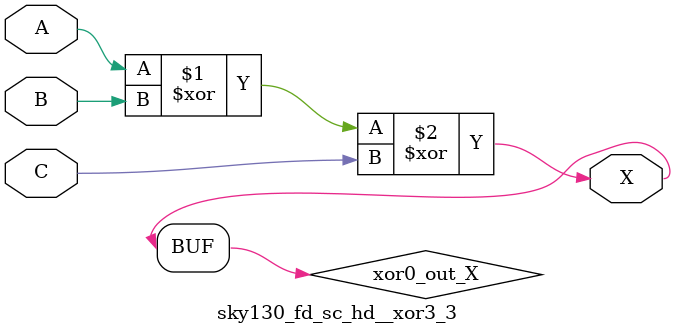
<source format=v>
module sky130_fd_sc_hd__xor3_3 (
    X,
    A,
    B,
    C
);
    output X;
    input  A;
    input  B;
    input  C;
    wire xor0_out_X;
    xor xor0 (xor0_out_X, A, B, C        );
    buf buf0 (X         , xor0_out_X     );
endmodule
</source>
